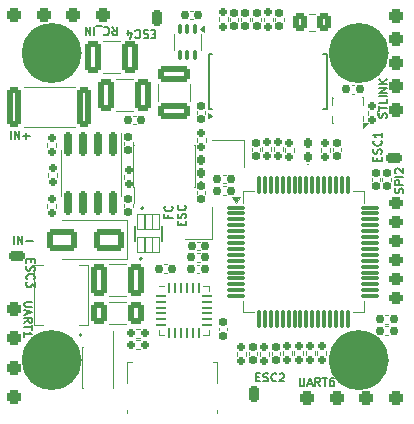
<source format=gbr>
G04 #@! TF.GenerationSoftware,KiCad,Pcbnew,8.0.0-8.0.0-1~ubuntu22.04.1*
G04 #@! TF.CreationDate,2024-03-02T20:13:00+07:00*
G04 #@! TF.ProjectId,FC_ESC_STM32F405RG_26x26,46435f45-5343-45f5-9354-4d3332463430,rev?*
G04 #@! TF.SameCoordinates,Original*
G04 #@! TF.FileFunction,Legend,Top*
G04 #@! TF.FilePolarity,Positive*
%FSLAX46Y46*%
G04 Gerber Fmt 4.6, Leading zero omitted, Abs format (unit mm)*
G04 Created by KiCad (PCBNEW 8.0.0-8.0.0-1~ubuntu22.04.1) date 2024-03-02 20:13:00*
%MOMM*%
%LPD*%
G01*
G04 APERTURE LIST*
G04 Aperture macros list*
%AMRoundRect*
0 Rectangle with rounded corners*
0 $1 Rounding radius*
0 $2 $3 $4 $5 $6 $7 $8 $9 X,Y pos of 4 corners*
0 Add a 4 corners polygon primitive as box body*
4,1,4,$2,$3,$4,$5,$6,$7,$8,$9,$2,$3,0*
0 Add four circle primitives for the rounded corners*
1,1,$1+$1,$2,$3*
1,1,$1+$1,$4,$5*
1,1,$1+$1,$6,$7*
1,1,$1+$1,$8,$9*
0 Add four rect primitives between the rounded corners*
20,1,$1+$1,$2,$3,$4,$5,0*
20,1,$1+$1,$4,$5,$6,$7,0*
20,1,$1+$1,$6,$7,$8,$9,0*
20,1,$1+$1,$8,$9,$2,$3,0*%
G04 Aperture macros list end*
%ADD10C,0.200000*%
%ADD11C,0.150000*%
%ADD12C,0.120000*%
%ADD13C,2.550000*%
%ADD14C,0.100000*%
%ADD15C,0.127000*%
%ADD16R,0.900000X0.800000*%
%ADD17RoundRect,0.250000X1.100000X-0.412500X1.100000X0.412500X-1.100000X0.412500X-1.100000X-0.412500X0*%
%ADD18RoundRect,0.160000X-0.160000X0.197500X-0.160000X-0.197500X0.160000X-0.197500X0.160000X0.197500X0*%
%ADD19RoundRect,0.155000X-0.155000X0.212500X-0.155000X-0.212500X0.155000X-0.212500X0.155000X0.212500X0*%
%ADD20R,3.000000X3.000000*%
%ADD21R,2.500000X1.500000*%
%ADD22RoundRect,0.155000X-0.212500X-0.155000X0.212500X-0.155000X0.212500X0.155000X-0.212500X0.155000X0*%
%ADD23C,0.900000*%
%ADD24RoundRect,0.062500X-0.375000X-0.062500X0.375000X-0.062500X0.375000X0.062500X-0.375000X0.062500X0*%
%ADD25RoundRect,0.062500X-0.062500X-0.375000X0.062500X-0.375000X0.062500X0.375000X-0.062500X0.375000X0*%
%ADD26R,2.150000X2.150000*%
%ADD27RoundRect,0.160000X0.160000X-0.197500X0.160000X0.197500X-0.160000X0.197500X-0.160000X-0.197500X0*%
%ADD28R,0.350000X0.500000*%
%ADD29RoundRect,0.250000X-0.412500X-1.100000X0.412500X-1.100000X0.412500X1.100000X-0.412500X1.100000X0*%
%ADD30RoundRect,0.250000X-0.412500X-0.650000X0.412500X-0.650000X0.412500X0.650000X-0.412500X0.650000X0*%
%ADD31RoundRect,0.155000X0.155000X-0.212500X0.155000X0.212500X-0.155000X0.212500X-0.155000X-0.212500X0*%
%ADD32RoundRect,0.300000X-0.300000X-0.300000X0.300000X-0.300000X0.300000X0.300000X-0.300000X0.300000X0*%
%ADD33R,0.740000X2.400000*%
%ADD34R,0.450000X1.380000*%
%ADD35R,1.650000X1.300000*%
%ADD36R,1.425000X1.550000*%
%ADD37RoundRect,0.075000X-0.700000X-0.075000X0.700000X-0.075000X0.700000X0.075000X-0.700000X0.075000X0*%
%ADD38RoundRect,0.075000X-0.075000X-0.700000X0.075000X-0.700000X0.075000X0.700000X-0.075000X0.700000X0*%
%ADD39RoundRect,0.250000X0.350000X0.250000X-0.350000X0.250000X-0.350000X-0.250000X0.350000X-0.250000X0*%
%ADD40R,0.800000X0.900000*%
%ADD41RoundRect,0.160000X0.197500X0.160000X-0.197500X0.160000X-0.197500X-0.160000X0.197500X-0.160000X0*%
%ADD42RoundRect,0.160000X0.160000X-0.222500X0.160000X0.222500X-0.160000X0.222500X-0.160000X-0.222500X0*%
%ADD43RoundRect,0.155000X0.212500X0.155000X-0.212500X0.155000X-0.212500X-0.155000X0.212500X-0.155000X0*%
%ADD44RoundRect,0.150000X-0.150000X0.825000X-0.150000X-0.825000X0.150000X-0.825000X0.150000X0.825000X0*%
%ADD45R,3.000000X2.290000*%
%ADD46RoundRect,0.300000X0.300000X0.300000X-0.300000X0.300000X-0.300000X-0.300000X0.300000X-0.300000X0*%
%ADD47RoundRect,0.030200X0.271800X-0.666800X0.271800X0.666800X-0.271800X0.666800X-0.271800X-0.666800X0*%
%ADD48RoundRect,0.100000X-0.100000X0.350000X-0.100000X-0.350000X0.100000X-0.350000X0.100000X0.350000X0*%
%ADD49RoundRect,0.250000X0.362500X1.425000X-0.362500X1.425000X-0.362500X-1.425000X0.362500X-1.425000X0*%
%ADD50RoundRect,0.300000X-0.300000X0.300000X-0.300000X-0.300000X0.300000X-0.300000X0.300000X0.300000X0*%
%ADD51R,0.400000X1.100000*%
%ADD52R,1.542500X1.200000*%
%ADD53RoundRect,0.160000X-0.197500X-0.160000X0.197500X-0.160000X0.197500X0.160000X-0.197500X0.160000X0*%
%ADD54RoundRect,0.250000X-0.337500X-0.475000X0.337500X-0.475000X0.337500X0.475000X-0.337500X0.475000X0*%
%ADD55RoundRect,0.250000X1.000000X0.650000X-1.000000X0.650000X-1.000000X-0.650000X1.000000X-0.650000X0*%
%ADD56RoundRect,0.300000X0.300000X-0.300000X0.300000X0.300000X-0.300000X0.300000X-0.300000X-0.300000X0*%
%ADD57RoundRect,0.225000X-0.475000X0.225000X-0.475000X-0.225000X0.475000X-0.225000X0.475000X0.225000X0*%
%ADD58O,1.400000X0.900000*%
%ADD59RoundRect,0.225000X0.475000X-0.225000X0.475000X0.225000X-0.475000X0.225000X-0.475000X-0.225000X0*%
%ADD60RoundRect,0.225000X0.225000X0.475000X-0.225000X0.475000X-0.225000X-0.475000X0.225000X-0.475000X0*%
%ADD61O,0.900000X1.400000*%
%ADD62RoundRect,0.225000X-0.225000X-0.475000X0.225000X-0.475000X0.225000X0.475000X-0.225000X0.475000X0*%
G04 APERTURE END LIST*
D10*
X210240000Y-80320000D02*
G75*
G02*
X210040000Y-80320000I-100000J0D01*
G01*
X210040000Y-80320000D02*
G75*
G02*
X210240000Y-80320000I100000J0D01*
G01*
X205000000Y-91060000D02*
G75*
G02*
X204800000Y-91060000I-100000J0D01*
G01*
X204800000Y-91060000D02*
G75*
G02*
X205000000Y-91060000I100000J0D01*
G01*
D11*
X199265350Y-83376533D02*
X199265350Y-82676533D01*
X199598683Y-83376533D02*
X199598683Y-82676533D01*
X199598683Y-82676533D02*
X199998683Y-83376533D01*
X199998683Y-83376533D02*
X199998683Y-82676533D01*
X200332016Y-83109866D02*
X200865350Y-83109866D01*
X230059866Y-76294649D02*
X230059866Y-76061316D01*
X230426533Y-75961316D02*
X230426533Y-76294649D01*
X230426533Y-76294649D02*
X229726533Y-76294649D01*
X229726533Y-76294649D02*
X229726533Y-75961316D01*
X230393200Y-75694649D02*
X230426533Y-75594649D01*
X230426533Y-75594649D02*
X230426533Y-75427983D01*
X230426533Y-75427983D02*
X230393200Y-75361316D01*
X230393200Y-75361316D02*
X230359866Y-75327983D01*
X230359866Y-75327983D02*
X230293200Y-75294649D01*
X230293200Y-75294649D02*
X230226533Y-75294649D01*
X230226533Y-75294649D02*
X230159866Y-75327983D01*
X230159866Y-75327983D02*
X230126533Y-75361316D01*
X230126533Y-75361316D02*
X230093200Y-75427983D01*
X230093200Y-75427983D02*
X230059866Y-75561316D01*
X230059866Y-75561316D02*
X230026533Y-75627983D01*
X230026533Y-75627983D02*
X229993200Y-75661316D01*
X229993200Y-75661316D02*
X229926533Y-75694649D01*
X229926533Y-75694649D02*
X229859866Y-75694649D01*
X229859866Y-75694649D02*
X229793200Y-75661316D01*
X229793200Y-75661316D02*
X229759866Y-75627983D01*
X229759866Y-75627983D02*
X229726533Y-75561316D01*
X229726533Y-75561316D02*
X229726533Y-75394649D01*
X229726533Y-75394649D02*
X229759866Y-75294649D01*
X230359866Y-74594649D02*
X230393200Y-74627982D01*
X230393200Y-74627982D02*
X230426533Y-74727982D01*
X230426533Y-74727982D02*
X230426533Y-74794649D01*
X230426533Y-74794649D02*
X230393200Y-74894649D01*
X230393200Y-74894649D02*
X230326533Y-74961316D01*
X230326533Y-74961316D02*
X230259866Y-74994649D01*
X230259866Y-74994649D02*
X230126533Y-75027982D01*
X230126533Y-75027982D02*
X230026533Y-75027982D01*
X230026533Y-75027982D02*
X229893200Y-74994649D01*
X229893200Y-74994649D02*
X229826533Y-74961316D01*
X229826533Y-74961316D02*
X229759866Y-74894649D01*
X229759866Y-74894649D02*
X229726533Y-74794649D01*
X229726533Y-74794649D02*
X229726533Y-74727982D01*
X229726533Y-74727982D02*
X229759866Y-74627982D01*
X229759866Y-74627982D02*
X229793200Y-74594649D01*
X230426533Y-73927982D02*
X230426533Y-74327982D01*
X230426533Y-74127982D02*
X229726533Y-74127982D01*
X229726533Y-74127982D02*
X229826533Y-74194649D01*
X229826533Y-74194649D02*
X229893200Y-74261316D01*
X229893200Y-74261316D02*
X229926533Y-74327982D01*
X200853466Y-88275350D02*
X200286800Y-88275350D01*
X200286800Y-88275350D02*
X200220133Y-88308684D01*
X200220133Y-88308684D02*
X200186800Y-88342017D01*
X200186800Y-88342017D02*
X200153466Y-88408684D01*
X200153466Y-88408684D02*
X200153466Y-88542017D01*
X200153466Y-88542017D02*
X200186800Y-88608684D01*
X200186800Y-88608684D02*
X200220133Y-88642017D01*
X200220133Y-88642017D02*
X200286800Y-88675350D01*
X200286800Y-88675350D02*
X200853466Y-88675350D01*
X200353466Y-88975350D02*
X200353466Y-89308683D01*
X200153466Y-88908683D02*
X200853466Y-89142017D01*
X200853466Y-89142017D02*
X200153466Y-89375350D01*
X200153466Y-90008683D02*
X200486800Y-89775350D01*
X200153466Y-89608683D02*
X200853466Y-89608683D01*
X200853466Y-89608683D02*
X200853466Y-89875350D01*
X200853466Y-89875350D02*
X200820133Y-89942017D01*
X200820133Y-89942017D02*
X200786800Y-89975350D01*
X200786800Y-89975350D02*
X200720133Y-90008683D01*
X200720133Y-90008683D02*
X200620133Y-90008683D01*
X200620133Y-90008683D02*
X200553466Y-89975350D01*
X200553466Y-89975350D02*
X200520133Y-89942017D01*
X200520133Y-89942017D02*
X200486800Y-89875350D01*
X200486800Y-89875350D02*
X200486800Y-89608683D01*
X200853466Y-90208683D02*
X200853466Y-90608683D01*
X200153466Y-90408683D02*
X200853466Y-90408683D01*
X200153466Y-91208683D02*
X200153466Y-90808683D01*
X200153466Y-91008683D02*
X200853466Y-91008683D01*
X200853466Y-91008683D02*
X200753466Y-90942016D01*
X200753466Y-90942016D02*
X200686800Y-90875350D01*
X200686800Y-90875350D02*
X200653466Y-90808683D01*
X213469866Y-81774649D02*
X213469866Y-81541316D01*
X213836533Y-81441316D02*
X213836533Y-81774649D01*
X213836533Y-81774649D02*
X213136533Y-81774649D01*
X213136533Y-81774649D02*
X213136533Y-81441316D01*
X213803200Y-81174649D02*
X213836533Y-81074649D01*
X213836533Y-81074649D02*
X213836533Y-80907983D01*
X213836533Y-80907983D02*
X213803200Y-80841316D01*
X213803200Y-80841316D02*
X213769866Y-80807983D01*
X213769866Y-80807983D02*
X213703200Y-80774649D01*
X213703200Y-80774649D02*
X213636533Y-80774649D01*
X213636533Y-80774649D02*
X213569866Y-80807983D01*
X213569866Y-80807983D02*
X213536533Y-80841316D01*
X213536533Y-80841316D02*
X213503200Y-80907983D01*
X213503200Y-80907983D02*
X213469866Y-81041316D01*
X213469866Y-81041316D02*
X213436533Y-81107983D01*
X213436533Y-81107983D02*
X213403200Y-81141316D01*
X213403200Y-81141316D02*
X213336533Y-81174649D01*
X213336533Y-81174649D02*
X213269866Y-81174649D01*
X213269866Y-81174649D02*
X213203200Y-81141316D01*
X213203200Y-81141316D02*
X213169866Y-81107983D01*
X213169866Y-81107983D02*
X213136533Y-81041316D01*
X213136533Y-81041316D02*
X213136533Y-80874649D01*
X213136533Y-80874649D02*
X213169866Y-80774649D01*
X213769866Y-80074649D02*
X213803200Y-80107982D01*
X213803200Y-80107982D02*
X213836533Y-80207982D01*
X213836533Y-80207982D02*
X213836533Y-80274649D01*
X213836533Y-80274649D02*
X213803200Y-80374649D01*
X213803200Y-80374649D02*
X213736533Y-80441316D01*
X213736533Y-80441316D02*
X213669866Y-80474649D01*
X213669866Y-80474649D02*
X213536533Y-80507982D01*
X213536533Y-80507982D02*
X213436533Y-80507982D01*
X213436533Y-80507982D02*
X213303200Y-80474649D01*
X213303200Y-80474649D02*
X213236533Y-80441316D01*
X213236533Y-80441316D02*
X213169866Y-80374649D01*
X213169866Y-80374649D02*
X213136533Y-80274649D01*
X213136533Y-80274649D02*
X213136533Y-80207982D01*
X213136533Y-80207982D02*
X213169866Y-80107982D01*
X213169866Y-80107982D02*
X213203200Y-80074649D01*
X200710133Y-84625350D02*
X200710133Y-84858684D01*
X200343466Y-84958684D02*
X200343466Y-84625350D01*
X200343466Y-84625350D02*
X201043466Y-84625350D01*
X201043466Y-84625350D02*
X201043466Y-84958684D01*
X200376800Y-85225350D02*
X200343466Y-85325350D01*
X200343466Y-85325350D02*
X200343466Y-85492017D01*
X200343466Y-85492017D02*
X200376800Y-85558683D01*
X200376800Y-85558683D02*
X200410133Y-85592017D01*
X200410133Y-85592017D02*
X200476800Y-85625350D01*
X200476800Y-85625350D02*
X200543466Y-85625350D01*
X200543466Y-85625350D02*
X200610133Y-85592017D01*
X200610133Y-85592017D02*
X200643466Y-85558683D01*
X200643466Y-85558683D02*
X200676800Y-85492017D01*
X200676800Y-85492017D02*
X200710133Y-85358683D01*
X200710133Y-85358683D02*
X200743466Y-85292017D01*
X200743466Y-85292017D02*
X200776800Y-85258683D01*
X200776800Y-85258683D02*
X200843466Y-85225350D01*
X200843466Y-85225350D02*
X200910133Y-85225350D01*
X200910133Y-85225350D02*
X200976800Y-85258683D01*
X200976800Y-85258683D02*
X201010133Y-85292017D01*
X201010133Y-85292017D02*
X201043466Y-85358683D01*
X201043466Y-85358683D02*
X201043466Y-85525350D01*
X201043466Y-85525350D02*
X201010133Y-85625350D01*
X200410133Y-86325350D02*
X200376800Y-86292017D01*
X200376800Y-86292017D02*
X200343466Y-86192017D01*
X200343466Y-86192017D02*
X200343466Y-86125350D01*
X200343466Y-86125350D02*
X200376800Y-86025350D01*
X200376800Y-86025350D02*
X200443466Y-85958684D01*
X200443466Y-85958684D02*
X200510133Y-85925350D01*
X200510133Y-85925350D02*
X200643466Y-85892017D01*
X200643466Y-85892017D02*
X200743466Y-85892017D01*
X200743466Y-85892017D02*
X200876800Y-85925350D01*
X200876800Y-85925350D02*
X200943466Y-85958684D01*
X200943466Y-85958684D02*
X201010133Y-86025350D01*
X201010133Y-86025350D02*
X201043466Y-86125350D01*
X201043466Y-86125350D02*
X201043466Y-86192017D01*
X201043466Y-86192017D02*
X201010133Y-86292017D01*
X201010133Y-86292017D02*
X200976800Y-86325350D01*
X201043466Y-86558684D02*
X201043466Y-86992017D01*
X201043466Y-86992017D02*
X200776800Y-86758684D01*
X200776800Y-86758684D02*
X200776800Y-86858684D01*
X200776800Y-86858684D02*
X200743466Y-86925350D01*
X200743466Y-86925350D02*
X200710133Y-86958684D01*
X200710133Y-86958684D02*
X200643466Y-86992017D01*
X200643466Y-86992017D02*
X200476800Y-86992017D01*
X200476800Y-86992017D02*
X200410133Y-86958684D01*
X200410133Y-86958684D02*
X200376800Y-86925350D01*
X200376800Y-86925350D02*
X200343466Y-86858684D01*
X200343466Y-86858684D02*
X200343466Y-86658684D01*
X200343466Y-86658684D02*
X200376800Y-86592017D01*
X200376800Y-86592017D02*
X200410133Y-86558684D01*
X219805350Y-94619866D02*
X220038684Y-94619866D01*
X220138684Y-94986533D02*
X219805350Y-94986533D01*
X219805350Y-94986533D02*
X219805350Y-94286533D01*
X219805350Y-94286533D02*
X220138684Y-94286533D01*
X220405350Y-94953200D02*
X220505350Y-94986533D01*
X220505350Y-94986533D02*
X220672017Y-94986533D01*
X220672017Y-94986533D02*
X220738683Y-94953200D01*
X220738683Y-94953200D02*
X220772017Y-94919866D01*
X220772017Y-94919866D02*
X220805350Y-94853200D01*
X220805350Y-94853200D02*
X220805350Y-94786533D01*
X220805350Y-94786533D02*
X220772017Y-94719866D01*
X220772017Y-94719866D02*
X220738683Y-94686533D01*
X220738683Y-94686533D02*
X220672017Y-94653200D01*
X220672017Y-94653200D02*
X220538683Y-94619866D01*
X220538683Y-94619866D02*
X220472017Y-94586533D01*
X220472017Y-94586533D02*
X220438683Y-94553200D01*
X220438683Y-94553200D02*
X220405350Y-94486533D01*
X220405350Y-94486533D02*
X220405350Y-94419866D01*
X220405350Y-94419866D02*
X220438683Y-94353200D01*
X220438683Y-94353200D02*
X220472017Y-94319866D01*
X220472017Y-94319866D02*
X220538683Y-94286533D01*
X220538683Y-94286533D02*
X220705350Y-94286533D01*
X220705350Y-94286533D02*
X220805350Y-94319866D01*
X221505350Y-94919866D02*
X221472017Y-94953200D01*
X221472017Y-94953200D02*
X221372017Y-94986533D01*
X221372017Y-94986533D02*
X221305350Y-94986533D01*
X221305350Y-94986533D02*
X221205350Y-94953200D01*
X221205350Y-94953200D02*
X221138684Y-94886533D01*
X221138684Y-94886533D02*
X221105350Y-94819866D01*
X221105350Y-94819866D02*
X221072017Y-94686533D01*
X221072017Y-94686533D02*
X221072017Y-94586533D01*
X221072017Y-94586533D02*
X221105350Y-94453200D01*
X221105350Y-94453200D02*
X221138684Y-94386533D01*
X221138684Y-94386533D02*
X221205350Y-94319866D01*
X221205350Y-94319866D02*
X221305350Y-94286533D01*
X221305350Y-94286533D02*
X221372017Y-94286533D01*
X221372017Y-94286533D02*
X221472017Y-94319866D01*
X221472017Y-94319866D02*
X221505350Y-94353200D01*
X221772017Y-94353200D02*
X221805350Y-94319866D01*
X221805350Y-94319866D02*
X221872017Y-94286533D01*
X221872017Y-94286533D02*
X222038684Y-94286533D01*
X222038684Y-94286533D02*
X222105350Y-94319866D01*
X222105350Y-94319866D02*
X222138684Y-94353200D01*
X222138684Y-94353200D02*
X222172017Y-94419866D01*
X222172017Y-94419866D02*
X222172017Y-94486533D01*
X222172017Y-94486533D02*
X222138684Y-94586533D01*
X222138684Y-94586533D02*
X221738684Y-94986533D01*
X221738684Y-94986533D02*
X222172017Y-94986533D01*
X211264649Y-65590133D02*
X211031316Y-65590133D01*
X210931316Y-65223466D02*
X211264649Y-65223466D01*
X211264649Y-65223466D02*
X211264649Y-65923466D01*
X211264649Y-65923466D02*
X210931316Y-65923466D01*
X210664649Y-65256800D02*
X210564649Y-65223466D01*
X210564649Y-65223466D02*
X210397983Y-65223466D01*
X210397983Y-65223466D02*
X210331316Y-65256800D01*
X210331316Y-65256800D02*
X210297983Y-65290133D01*
X210297983Y-65290133D02*
X210264649Y-65356800D01*
X210264649Y-65356800D02*
X210264649Y-65423466D01*
X210264649Y-65423466D02*
X210297983Y-65490133D01*
X210297983Y-65490133D02*
X210331316Y-65523466D01*
X210331316Y-65523466D02*
X210397983Y-65556800D01*
X210397983Y-65556800D02*
X210531316Y-65590133D01*
X210531316Y-65590133D02*
X210597983Y-65623466D01*
X210597983Y-65623466D02*
X210631316Y-65656800D01*
X210631316Y-65656800D02*
X210664649Y-65723466D01*
X210664649Y-65723466D02*
X210664649Y-65790133D01*
X210664649Y-65790133D02*
X210631316Y-65856800D01*
X210631316Y-65856800D02*
X210597983Y-65890133D01*
X210597983Y-65890133D02*
X210531316Y-65923466D01*
X210531316Y-65923466D02*
X210364649Y-65923466D01*
X210364649Y-65923466D02*
X210264649Y-65890133D01*
X209564649Y-65290133D02*
X209597982Y-65256800D01*
X209597982Y-65256800D02*
X209697982Y-65223466D01*
X209697982Y-65223466D02*
X209764649Y-65223466D01*
X209764649Y-65223466D02*
X209864649Y-65256800D01*
X209864649Y-65256800D02*
X209931316Y-65323466D01*
X209931316Y-65323466D02*
X209964649Y-65390133D01*
X209964649Y-65390133D02*
X209997982Y-65523466D01*
X209997982Y-65523466D02*
X209997982Y-65623466D01*
X209997982Y-65623466D02*
X209964649Y-65756800D01*
X209964649Y-65756800D02*
X209931316Y-65823466D01*
X209931316Y-65823466D02*
X209864649Y-65890133D01*
X209864649Y-65890133D02*
X209764649Y-65923466D01*
X209764649Y-65923466D02*
X209697982Y-65923466D01*
X209697982Y-65923466D02*
X209597982Y-65890133D01*
X209597982Y-65890133D02*
X209564649Y-65856800D01*
X208964649Y-65690133D02*
X208964649Y-65223466D01*
X209131316Y-65956800D02*
X209297982Y-65456800D01*
X209297982Y-65456800D02*
X208864649Y-65456800D01*
X230823200Y-72657982D02*
X230856533Y-72557982D01*
X230856533Y-72557982D02*
X230856533Y-72391316D01*
X230856533Y-72391316D02*
X230823200Y-72324649D01*
X230823200Y-72324649D02*
X230789866Y-72291316D01*
X230789866Y-72291316D02*
X230723200Y-72257982D01*
X230723200Y-72257982D02*
X230656533Y-72257982D01*
X230656533Y-72257982D02*
X230589866Y-72291316D01*
X230589866Y-72291316D02*
X230556533Y-72324649D01*
X230556533Y-72324649D02*
X230523200Y-72391316D01*
X230523200Y-72391316D02*
X230489866Y-72524649D01*
X230489866Y-72524649D02*
X230456533Y-72591316D01*
X230456533Y-72591316D02*
X230423200Y-72624649D01*
X230423200Y-72624649D02*
X230356533Y-72657982D01*
X230356533Y-72657982D02*
X230289866Y-72657982D01*
X230289866Y-72657982D02*
X230223200Y-72624649D01*
X230223200Y-72624649D02*
X230189866Y-72591316D01*
X230189866Y-72591316D02*
X230156533Y-72524649D01*
X230156533Y-72524649D02*
X230156533Y-72357982D01*
X230156533Y-72357982D02*
X230189866Y-72257982D01*
X230156533Y-72057982D02*
X230156533Y-71657982D01*
X230856533Y-71857982D02*
X230156533Y-71857982D01*
X230856533Y-71091316D02*
X230856533Y-71424649D01*
X230856533Y-71424649D02*
X230156533Y-71424649D01*
X230856533Y-70857982D02*
X230156533Y-70857982D01*
X230856533Y-70524649D02*
X230156533Y-70524649D01*
X230156533Y-70524649D02*
X230856533Y-70124649D01*
X230856533Y-70124649D02*
X230156533Y-70124649D01*
X230856533Y-69791316D02*
X230156533Y-69791316D01*
X230856533Y-69391316D02*
X230456533Y-69691316D01*
X230156533Y-69391316D02*
X230556533Y-69791316D01*
X199015350Y-74496533D02*
X199015350Y-73796533D01*
X199348683Y-74496533D02*
X199348683Y-73796533D01*
X199348683Y-73796533D02*
X199748683Y-74496533D01*
X199748683Y-74496533D02*
X199748683Y-73796533D01*
X200082016Y-74229866D02*
X200615350Y-74229866D01*
X200348683Y-74496533D02*
X200348683Y-73963200D01*
X207614649Y-64953466D02*
X207847982Y-65286800D01*
X208014649Y-64953466D02*
X208014649Y-65653466D01*
X208014649Y-65653466D02*
X207747982Y-65653466D01*
X207747982Y-65653466D02*
X207681316Y-65620133D01*
X207681316Y-65620133D02*
X207647982Y-65586800D01*
X207647982Y-65586800D02*
X207614649Y-65520133D01*
X207614649Y-65520133D02*
X207614649Y-65420133D01*
X207614649Y-65420133D02*
X207647982Y-65353466D01*
X207647982Y-65353466D02*
X207681316Y-65320133D01*
X207681316Y-65320133D02*
X207747982Y-65286800D01*
X207747982Y-65286800D02*
X208014649Y-65286800D01*
X206914649Y-65020133D02*
X206947982Y-64986800D01*
X206947982Y-64986800D02*
X207047982Y-64953466D01*
X207047982Y-64953466D02*
X207114649Y-64953466D01*
X207114649Y-64953466D02*
X207214649Y-64986800D01*
X207214649Y-64986800D02*
X207281316Y-65053466D01*
X207281316Y-65053466D02*
X207314649Y-65120133D01*
X207314649Y-65120133D02*
X207347982Y-65253466D01*
X207347982Y-65253466D02*
X207347982Y-65353466D01*
X207347982Y-65353466D02*
X207314649Y-65486800D01*
X207314649Y-65486800D02*
X207281316Y-65553466D01*
X207281316Y-65553466D02*
X207214649Y-65620133D01*
X207214649Y-65620133D02*
X207114649Y-65653466D01*
X207114649Y-65653466D02*
X207047982Y-65653466D01*
X207047982Y-65653466D02*
X206947982Y-65620133D01*
X206947982Y-65620133D02*
X206914649Y-65586800D01*
X206781316Y-64886800D02*
X206247982Y-64886800D01*
X206081316Y-64953466D02*
X206081316Y-65653466D01*
X205747983Y-64953466D02*
X205747983Y-65653466D01*
X205747983Y-65653466D02*
X205347983Y-64953466D01*
X205347983Y-64953466D02*
X205347983Y-65653466D01*
X232213200Y-79037982D02*
X232246533Y-78937982D01*
X232246533Y-78937982D02*
X232246533Y-78771316D01*
X232246533Y-78771316D02*
X232213200Y-78704649D01*
X232213200Y-78704649D02*
X232179866Y-78671316D01*
X232179866Y-78671316D02*
X232113200Y-78637982D01*
X232113200Y-78637982D02*
X232046533Y-78637982D01*
X232046533Y-78637982D02*
X231979866Y-78671316D01*
X231979866Y-78671316D02*
X231946533Y-78704649D01*
X231946533Y-78704649D02*
X231913200Y-78771316D01*
X231913200Y-78771316D02*
X231879866Y-78904649D01*
X231879866Y-78904649D02*
X231846533Y-78971316D01*
X231846533Y-78971316D02*
X231813200Y-79004649D01*
X231813200Y-79004649D02*
X231746533Y-79037982D01*
X231746533Y-79037982D02*
X231679866Y-79037982D01*
X231679866Y-79037982D02*
X231613200Y-79004649D01*
X231613200Y-79004649D02*
X231579866Y-78971316D01*
X231579866Y-78971316D02*
X231546533Y-78904649D01*
X231546533Y-78904649D02*
X231546533Y-78737982D01*
X231546533Y-78737982D02*
X231579866Y-78637982D01*
X232246533Y-78337982D02*
X231546533Y-78337982D01*
X231546533Y-78337982D02*
X231546533Y-78071315D01*
X231546533Y-78071315D02*
X231579866Y-78004649D01*
X231579866Y-78004649D02*
X231613200Y-77971315D01*
X231613200Y-77971315D02*
X231679866Y-77937982D01*
X231679866Y-77937982D02*
X231779866Y-77937982D01*
X231779866Y-77937982D02*
X231846533Y-77971315D01*
X231846533Y-77971315D02*
X231879866Y-78004649D01*
X231879866Y-78004649D02*
X231913200Y-78071315D01*
X231913200Y-78071315D02*
X231913200Y-78337982D01*
X232246533Y-77637982D02*
X231546533Y-77637982D01*
X231613200Y-77337982D02*
X231579866Y-77304649D01*
X231579866Y-77304649D02*
X231546533Y-77237982D01*
X231546533Y-77237982D02*
X231546533Y-77071316D01*
X231546533Y-77071316D02*
X231579866Y-77004649D01*
X231579866Y-77004649D02*
X231613200Y-76971316D01*
X231613200Y-76971316D02*
X231679866Y-76937982D01*
X231679866Y-76937982D02*
X231746533Y-76937982D01*
X231746533Y-76937982D02*
X231846533Y-76971316D01*
X231846533Y-76971316D02*
X232246533Y-77371316D01*
X232246533Y-77371316D02*
X232246533Y-76937982D01*
X212359866Y-80911316D02*
X212359866Y-81144649D01*
X212726533Y-81144649D02*
X212026533Y-81144649D01*
X212026533Y-81144649D02*
X212026533Y-80811316D01*
X212659866Y-80144649D02*
X212693200Y-80177982D01*
X212693200Y-80177982D02*
X212726533Y-80277982D01*
X212726533Y-80277982D02*
X212726533Y-80344649D01*
X212726533Y-80344649D02*
X212693200Y-80444649D01*
X212693200Y-80444649D02*
X212626533Y-80511316D01*
X212626533Y-80511316D02*
X212559866Y-80544649D01*
X212559866Y-80544649D02*
X212426533Y-80577982D01*
X212426533Y-80577982D02*
X212326533Y-80577982D01*
X212326533Y-80577982D02*
X212193200Y-80544649D01*
X212193200Y-80544649D02*
X212126533Y-80511316D01*
X212126533Y-80511316D02*
X212059866Y-80444649D01*
X212059866Y-80444649D02*
X212026533Y-80344649D01*
X212026533Y-80344649D02*
X212026533Y-80277982D01*
X212026533Y-80277982D02*
X212059866Y-80177982D01*
X212059866Y-80177982D02*
X212093200Y-80144649D01*
X223475350Y-94666533D02*
X223475350Y-95233200D01*
X223475350Y-95233200D02*
X223508684Y-95299866D01*
X223508684Y-95299866D02*
X223542017Y-95333200D01*
X223542017Y-95333200D02*
X223608684Y-95366533D01*
X223608684Y-95366533D02*
X223742017Y-95366533D01*
X223742017Y-95366533D02*
X223808684Y-95333200D01*
X223808684Y-95333200D02*
X223842017Y-95299866D01*
X223842017Y-95299866D02*
X223875350Y-95233200D01*
X223875350Y-95233200D02*
X223875350Y-94666533D01*
X224175350Y-95166533D02*
X224508683Y-95166533D01*
X224108683Y-95366533D02*
X224342017Y-94666533D01*
X224342017Y-94666533D02*
X224575350Y-95366533D01*
X225208683Y-95366533D02*
X224975350Y-95033200D01*
X224808683Y-95366533D02*
X224808683Y-94666533D01*
X224808683Y-94666533D02*
X225075350Y-94666533D01*
X225075350Y-94666533D02*
X225142017Y-94699866D01*
X225142017Y-94699866D02*
X225175350Y-94733200D01*
X225175350Y-94733200D02*
X225208683Y-94799866D01*
X225208683Y-94799866D02*
X225208683Y-94899866D01*
X225208683Y-94899866D02*
X225175350Y-94966533D01*
X225175350Y-94966533D02*
X225142017Y-94999866D01*
X225142017Y-94999866D02*
X225075350Y-95033200D01*
X225075350Y-95033200D02*
X224808683Y-95033200D01*
X225408683Y-94666533D02*
X225808683Y-94666533D01*
X225608683Y-95366533D02*
X225608683Y-94666533D01*
X226342016Y-94666533D02*
X226208683Y-94666533D01*
X226208683Y-94666533D02*
X226142016Y-94699866D01*
X226142016Y-94699866D02*
X226108683Y-94733200D01*
X226108683Y-94733200D02*
X226042016Y-94833200D01*
X226042016Y-94833200D02*
X226008683Y-94966533D01*
X226008683Y-94966533D02*
X226008683Y-95233200D01*
X226008683Y-95233200D02*
X226042016Y-95299866D01*
X226042016Y-95299866D02*
X226075350Y-95333200D01*
X226075350Y-95333200D02*
X226142016Y-95366533D01*
X226142016Y-95366533D02*
X226275350Y-95366533D01*
X226275350Y-95366533D02*
X226342016Y-95333200D01*
X226342016Y-95333200D02*
X226375350Y-95299866D01*
X226375350Y-95299866D02*
X226408683Y-95233200D01*
X226408683Y-95233200D02*
X226408683Y-95066533D01*
X226408683Y-95066533D02*
X226375350Y-94999866D01*
X226375350Y-94999866D02*
X226342016Y-94966533D01*
X226342016Y-94966533D02*
X226275350Y-94933200D01*
X226275350Y-94933200D02*
X226142016Y-94933200D01*
X226142016Y-94933200D02*
X226075350Y-94966533D01*
X226075350Y-94966533D02*
X226042016Y-94999866D01*
X226042016Y-94999866D02*
X226008683Y-95066533D01*
D12*
X218729300Y-74535900D02*
X216029300Y-74535900D01*
X218729300Y-76835900D02*
X218729300Y-74535900D01*
X211447300Y-71215552D02*
X211447300Y-69793048D01*
X214167300Y-71215552D02*
X214167300Y-69793048D01*
X202190000Y-77324879D02*
X202190000Y-77660121D01*
X202950000Y-77324879D02*
X202950000Y-77660121D01*
X230490000Y-77771165D02*
X230490000Y-78002835D01*
X231210000Y-77771165D02*
X231210000Y-78002835D01*
X200946900Y-85089300D02*
X200946900Y-90209300D01*
X200946900Y-85089300D02*
X201746900Y-85089300D01*
X200946900Y-90209300D02*
X201746900Y-90209300D01*
X205566900Y-85089300D02*
X204766900Y-85089300D01*
X205566900Y-85089300D02*
X205566900Y-90209300D01*
X205566900Y-90209300D02*
X204766900Y-90209300D01*
X209364065Y-72506500D02*
X209595735Y-72506500D01*
X209364065Y-73226500D02*
X209595735Y-73226500D01*
D13*
X203749300Y-67181700D02*
G75*
G02*
X201199300Y-67181700I-1275000J0D01*
G01*
X201199300Y-67181700D02*
G75*
G02*
X203749300Y-67181700I1275000J0D01*
G01*
X203749300Y-93181700D02*
G75*
G02*
X201199300Y-93181700I-1275000J0D01*
G01*
X201199300Y-93181700D02*
G75*
G02*
X203749300Y-93181700I1275000J0D01*
G01*
X229749300Y-67181700D02*
G75*
G02*
X227199300Y-67181700I-1275000J0D01*
G01*
X227199300Y-67181700D02*
G75*
G02*
X229749300Y-67181700I1275000J0D01*
G01*
X229749300Y-93181700D02*
G75*
G02*
X227199300Y-93181700I-1275000J0D01*
G01*
X227199300Y-93181700D02*
G75*
G02*
X229749300Y-93181700I1275000J0D01*
G01*
D12*
X214784100Y-72115665D02*
X214784100Y-72347335D01*
X215504100Y-72115665D02*
X215504100Y-72347335D01*
X211552500Y-91090000D02*
X211552500Y-90615000D01*
X212027500Y-86870000D02*
X211552500Y-86870000D01*
X212027500Y-91090000D02*
X211552500Y-91090000D01*
X215297500Y-86870000D02*
X215772500Y-86870000D01*
X215297500Y-91090000D02*
X215772500Y-91090000D01*
X215772500Y-86870000D02*
X215772500Y-87345000D01*
X215772500Y-91090000D02*
X215772500Y-90615000D01*
X220098100Y-92808621D02*
X220098100Y-92473379D01*
X220858100Y-92808621D02*
X220858100Y-92473379D01*
X220320500Y-75174879D02*
X220320500Y-75510121D01*
X221080500Y-75174879D02*
X221080500Y-75510121D01*
X219470000Y-64204165D02*
X219470000Y-64435835D01*
X220190000Y-64204165D02*
X220190000Y-64435835D01*
X218142300Y-92473379D02*
X218142300Y-92808621D01*
X218902300Y-92473379D02*
X218902300Y-92808621D01*
D14*
X226179500Y-70941100D02*
X226179500Y-71581100D01*
X226179500Y-72501100D02*
X226179500Y-73141100D01*
X226329500Y-73141100D02*
X226179500Y-73141100D01*
X226454500Y-70966100D02*
X226304500Y-70966100D01*
X228879500Y-70941100D02*
X228729500Y-70941100D01*
X228879500Y-70941100D02*
X228879500Y-71581100D01*
X228879500Y-72501100D02*
X228879500Y-72941100D01*
X228879500Y-73501100D02*
X228879500Y-73141100D01*
X229239500Y-73141100D01*
X228879500Y-73501100D01*
G36*
X228879500Y-73501100D02*
G01*
X228879500Y-73141100D01*
X229239500Y-73141100D01*
X228879500Y-73501100D01*
G37*
D12*
X206863648Y-66172500D02*
X208286152Y-66172500D01*
X206863648Y-68892500D02*
X208286152Y-68892500D01*
X207371648Y-88263300D02*
X208794152Y-88263300D01*
X207371648Y-90083300D02*
X208794152Y-90083300D01*
X226264900Y-75488235D02*
X226264900Y-75256565D01*
X226984900Y-75488235D02*
X226984900Y-75256565D01*
X219152900Y-92511865D02*
X219152900Y-92743535D01*
X219872900Y-92511865D02*
X219872900Y-92743535D01*
X202089500Y-79937879D02*
X202089500Y-80273121D01*
X202849500Y-79937879D02*
X202849500Y-80273121D01*
X225269900Y-75545021D02*
X225269900Y-75209779D01*
X226029900Y-75545021D02*
X226029900Y-75209779D01*
X216630500Y-90660835D02*
X216630500Y-90429165D01*
X217350500Y-90660835D02*
X217350500Y-90429165D01*
X224974900Y-92732421D02*
X224974900Y-92397179D01*
X225734900Y-92732421D02*
X225734900Y-92397179D01*
X205040000Y-92045000D02*
X205040000Y-95575000D01*
X205105000Y-92045000D02*
X205040000Y-92045000D01*
X205105000Y-95575000D02*
X205040000Y-95575000D01*
X207635000Y-90720000D02*
X207635000Y-92045000D01*
X207700000Y-92045000D02*
X207635000Y-92045000D01*
X207700000Y-92045000D02*
X207700000Y-95575000D01*
X207700000Y-95575000D02*
X207635000Y-95575000D01*
X207371648Y-85019300D02*
X208794152Y-85019300D01*
X207371648Y-87739300D02*
X208794152Y-87739300D01*
X230744165Y-90330000D02*
X230975835Y-90330000D01*
X230744165Y-91050000D02*
X230975835Y-91050000D01*
X208895700Y-93365700D02*
X209275700Y-93365700D01*
X208895700Y-95135700D02*
X208895700Y-93365700D01*
X208895700Y-97675700D02*
X208895700Y-97415700D01*
X216515700Y-93365700D02*
X216135700Y-93365700D01*
X216515700Y-93365700D02*
X216515700Y-95135700D01*
X216515700Y-97415700D02*
X216515700Y-97675700D01*
X222220000Y-75207379D02*
X222220000Y-75542621D01*
X222980000Y-75207379D02*
X222980000Y-75542621D01*
X218684700Y-78904500D02*
X218684700Y-79854500D01*
X218684700Y-89124500D02*
X218684700Y-88174500D01*
X219634700Y-78904500D02*
X218684700Y-78904500D01*
X219634700Y-89124500D02*
X218684700Y-89124500D01*
X227954700Y-78904500D02*
X228904700Y-78904500D01*
X227954700Y-89124500D02*
X228904700Y-89124500D01*
X228904700Y-78904500D02*
X228904700Y-79854500D01*
X228904700Y-89124500D02*
X228904700Y-88174500D01*
X218069700Y-79854500D02*
X217729700Y-79384500D01*
X218409700Y-79384500D01*
X218069700Y-79854500D01*
G36*
X218069700Y-79854500D02*
G01*
X217729700Y-79384500D01*
X218409700Y-79384500D01*
X218069700Y-79854500D01*
G37*
X213765500Y-82942900D02*
X216065500Y-82942900D01*
X216065500Y-82942900D02*
X216065500Y-80242900D01*
X218517900Y-64435835D02*
X218517900Y-64204165D01*
X219237900Y-64435835D02*
X219237900Y-64204165D01*
X221270500Y-75174879D02*
X221270500Y-75510121D01*
X222030500Y-75174879D02*
X222030500Y-75510121D01*
X209926921Y-91511100D02*
X209591679Y-91511100D01*
X209926921Y-92271100D02*
X209591679Y-92271100D01*
D14*
X224250500Y-76645000D02*
G75*
G02*
X224150500Y-76645000I-50000J0D01*
G01*
X224150500Y-76645000D02*
G75*
G02*
X224250500Y-76645000I50000J0D01*
G01*
D12*
X214997235Y-84114300D02*
X214765565Y-84114300D01*
X214997235Y-84834300D02*
X214765565Y-84834300D01*
X214764100Y-74375279D02*
X214764100Y-74710521D01*
X215524100Y-74375279D02*
X215524100Y-74710521D01*
X203240000Y-77370000D02*
X203240000Y-75420000D01*
X203240000Y-77370000D02*
X203240000Y-79320000D01*
X208360000Y-77370000D02*
X208360000Y-73920000D01*
X208360000Y-77370000D02*
X208360000Y-79320000D01*
X229566900Y-78002835D02*
X229566900Y-77771165D01*
X230286900Y-78002835D02*
X230286900Y-77771165D01*
X209394500Y-75007300D02*
X209459500Y-75007300D01*
X209394500Y-78537300D02*
X209394500Y-75007300D01*
X209394500Y-78537300D02*
X209459500Y-78537300D01*
X209459500Y-79862300D02*
X209459500Y-78537300D01*
X214529500Y-75007300D02*
X214594500Y-75007300D01*
X214529500Y-78537300D02*
X214594500Y-78537300D01*
X214594500Y-78537300D02*
X214594500Y-75007300D01*
X214758700Y-79129135D02*
X214758700Y-78897465D01*
X215478700Y-79129135D02*
X215478700Y-78897465D01*
X217570000Y-64435835D02*
X217570000Y-64204165D01*
X218290000Y-64435835D02*
X218290000Y-64204165D01*
D14*
X215194100Y-78050100D02*
G75*
G02*
X215094100Y-78050100I-50000J0D01*
G01*
X215094100Y-78050100D02*
G75*
G02*
X215194100Y-78050100I50000J0D01*
G01*
D12*
X223008100Y-92438479D02*
X223008100Y-92773721D01*
X223768100Y-92438479D02*
X223768100Y-92773721D01*
X216610000Y-64172379D02*
X216610000Y-64507621D01*
X217370000Y-64172379D02*
X217370000Y-64507621D01*
D15*
X209520000Y-83105000D02*
X209520000Y-81855000D01*
X211860000Y-83105000D02*
X211860000Y-81855000D01*
D10*
X210115000Y-84580000D02*
G75*
G02*
X209915000Y-84580000I-100000J0D01*
G01*
X209915000Y-84580000D02*
G75*
G02*
X210115000Y-84580000I100000J0D01*
G01*
D12*
X212800700Y-65554700D02*
X212800700Y-66954700D01*
X215120700Y-65554700D02*
X215120700Y-66954700D01*
X215400700Y-65374700D02*
X215070700Y-65134700D01*
X215400700Y-64894700D01*
X215400700Y-65374700D01*
G36*
X215400700Y-65374700D02*
G01*
X215070700Y-65134700D01*
X215400700Y-64894700D01*
X215400700Y-65374700D01*
G37*
X208620000Y-79961665D02*
X208620000Y-80193335D01*
X209340000Y-79961665D02*
X209340000Y-80193335D01*
X214748865Y-85104900D02*
X214980535Y-85104900D01*
X214748865Y-85824900D02*
X214980535Y-85824900D01*
X223999900Y-92732421D02*
X223999900Y-92397179D01*
X224759900Y-92732421D02*
X224759900Y-92397179D01*
X212237335Y-85079500D02*
X212005665Y-85079500D01*
X212237335Y-85799500D02*
X212005665Y-85799500D01*
X208610000Y-74965835D02*
X208610000Y-74734165D01*
X209330000Y-74965835D02*
X209330000Y-74734165D01*
X230975835Y-89380000D02*
X230744165Y-89380000D01*
X230975835Y-90100000D02*
X230744165Y-90100000D01*
X228103635Y-69903100D02*
X227871965Y-69903100D01*
X228103635Y-70623100D02*
X227871965Y-70623100D01*
X207930448Y-69372900D02*
X209352952Y-69372900D01*
X207930448Y-72092900D02*
X209352952Y-72092900D01*
X202114900Y-74764879D02*
X202114900Y-75100121D01*
X202874900Y-74764879D02*
X202874900Y-75100121D01*
X214190065Y-63616500D02*
X214421735Y-63616500D01*
X214190065Y-64336500D02*
X214421735Y-64336500D01*
X204468764Y-70040000D02*
X200114636Y-70040000D01*
X204468764Y-73460000D02*
X200114636Y-73460000D01*
D11*
X215802700Y-67295500D02*
X216077700Y-67295500D01*
X215802700Y-71945500D02*
X215802700Y-67295500D01*
X215802700Y-71945500D02*
X216077700Y-71945500D01*
X225752700Y-67295500D02*
X225477700Y-67295500D01*
X225752700Y-71945500D02*
X225477700Y-71945500D01*
X225752700Y-71945500D02*
X225752700Y-67295500D01*
D12*
X216027700Y-72483000D02*
X215697700Y-72723000D01*
X215697700Y-72243000D01*
X216027700Y-72483000D01*
G36*
X216027700Y-72483000D02*
G01*
X215697700Y-72723000D01*
X215697700Y-72243000D01*
X216027700Y-72483000D01*
G37*
X221390000Y-64458335D02*
X221390000Y-64226665D01*
X222110000Y-64458335D02*
X222110000Y-64226665D01*
X209591679Y-90545900D02*
X209926921Y-90545900D01*
X209591679Y-91305900D02*
X209926921Y-91305900D01*
X208620000Y-77512379D02*
X208620000Y-77847621D01*
X209380000Y-77512379D02*
X209380000Y-77847621D01*
X220420000Y-64510121D02*
X220420000Y-64174879D01*
X221180000Y-64510121D02*
X221180000Y-64174879D01*
X217198835Y-77472500D02*
X216967165Y-77472500D01*
X217198835Y-78192500D02*
X216967165Y-78192500D01*
X222053900Y-92783221D02*
X222053900Y-92447979D01*
X222813900Y-92783221D02*
X222813900Y-92447979D01*
X224239248Y-63847500D02*
X224761752Y-63847500D01*
X224239248Y-65317500D02*
X224761752Y-65317500D01*
X229242100Y-72064579D02*
X229242100Y-72399821D01*
X230002100Y-72064579D02*
X230002100Y-72399821D01*
X215005935Y-83149100D02*
X214774265Y-83149100D01*
X215005935Y-83869100D02*
X214774265Y-83869100D01*
X208830900Y-81325700D02*
X203320900Y-81325700D01*
X208830900Y-84625700D02*
X203320900Y-84625700D01*
X208830900Y-84625700D02*
X208830900Y-81325700D01*
X221108700Y-92511865D02*
X221108700Y-92743535D01*
X221828700Y-92511865D02*
X221828700Y-92743535D01*
X219410500Y-75443335D02*
X219410500Y-75211665D01*
X220130500Y-75443335D02*
X220130500Y-75211665D01*
X217198835Y-78472500D02*
X216967165Y-78472500D01*
X217198835Y-79192500D02*
X216967165Y-79192500D01*
%LPC*%
D16*
X218079300Y-75135900D03*
X216679300Y-75135900D03*
X216679300Y-76235900D03*
X218079300Y-76235900D03*
D17*
X212807300Y-72066800D03*
X212807300Y-68941800D03*
D18*
X202570000Y-76895000D03*
X202570000Y-78090000D03*
D19*
X230850000Y-77319500D03*
X230850000Y-78454500D03*
D20*
X200180000Y-80920000D03*
D21*
X203256900Y-85799300D03*
X203256900Y-89499300D03*
D22*
X208912400Y-72866500D03*
X210047400Y-72866500D03*
D23*
X203700500Y-96457500D03*
X202450500Y-96457500D03*
X201200500Y-96457500D03*
D19*
X215144100Y-71664000D03*
X215144100Y-72799000D03*
D24*
X211725000Y-87730000D03*
X211725000Y-88230000D03*
X211725000Y-88730000D03*
X211725000Y-89230000D03*
X211725000Y-89730000D03*
X211725000Y-90230000D03*
D25*
X212412500Y-90917500D03*
X212912500Y-90917500D03*
X213412500Y-90917500D03*
X213912500Y-90917500D03*
X214412500Y-90917500D03*
X214912500Y-90917500D03*
D24*
X215600000Y-90230000D03*
X215600000Y-89730000D03*
X215600000Y-89230000D03*
X215600000Y-88730000D03*
X215600000Y-88230000D03*
X215600000Y-87730000D03*
D25*
X214912500Y-87042500D03*
X214412500Y-87042500D03*
X213912500Y-87042500D03*
X213412500Y-87042500D03*
X212912500Y-87042500D03*
X212412500Y-87042500D03*
D26*
X213662500Y-88980000D03*
D27*
X220478100Y-93238500D03*
X220478100Y-92043500D03*
D23*
X231755700Y-92088900D03*
X231755700Y-93338900D03*
X231755700Y-94588900D03*
D18*
X220700500Y-74745000D03*
X220700500Y-75940000D03*
D19*
X219830000Y-63752500D03*
X219830000Y-64887500D03*
D18*
X218522300Y-92043500D03*
X218522300Y-93238500D03*
D28*
X228504500Y-72841100D03*
X227854500Y-72841100D03*
X227204500Y-72841100D03*
X226554500Y-72841100D03*
X226554500Y-71241100D03*
X227204500Y-71241100D03*
X227854500Y-71241100D03*
X228504500Y-71241100D03*
D29*
X206012400Y-67532500D03*
X209137400Y-67532500D03*
D30*
X206520400Y-89173300D03*
X209645400Y-89173300D03*
D31*
X226624900Y-75939900D03*
X226624900Y-74804900D03*
D19*
X219512900Y-92060200D03*
X219512900Y-93195200D03*
D32*
X199319900Y-88846900D03*
X199319900Y-91346900D03*
X199319900Y-93846900D03*
X199319900Y-96346900D03*
D18*
X202469500Y-79508000D03*
X202469500Y-80703000D03*
D23*
X199150500Y-68582500D03*
X199150500Y-67332500D03*
X199150500Y-66082500D03*
D27*
X225649900Y-75974900D03*
X225649900Y-74779900D03*
D31*
X216990500Y-91112500D03*
X216990500Y-89977500D03*
D20*
X200180000Y-76290000D03*
D27*
X225354900Y-93162300D03*
X225354900Y-91967300D03*
D33*
X207005000Y-91860000D03*
X207005000Y-95760000D03*
X205735000Y-91860000D03*
X205735000Y-95760000D03*
D29*
X206520400Y-86379300D03*
X209645400Y-86379300D03*
D22*
X230292500Y-90690000D03*
X231427500Y-90690000D03*
D34*
X211405700Y-93615700D03*
X212055700Y-93615700D03*
X212705700Y-93615700D03*
X213355700Y-93615700D03*
X214005700Y-93615700D03*
D35*
X209330700Y-96275700D03*
D36*
X210218200Y-93700700D03*
X215193200Y-93700700D03*
D35*
X216080700Y-96275700D03*
D18*
X222600000Y-74777500D03*
X222600000Y-75972500D03*
D37*
X218119700Y-80264500D03*
X218119700Y-80764500D03*
X218119700Y-81264500D03*
X218119700Y-81764500D03*
X218119700Y-82264500D03*
X218119700Y-82764500D03*
X218119700Y-83264500D03*
X218119700Y-83764500D03*
X218119700Y-84264500D03*
X218119700Y-84764500D03*
X218119700Y-85264500D03*
X218119700Y-85764500D03*
X218119700Y-86264500D03*
X218119700Y-86764500D03*
X218119700Y-87264500D03*
X218119700Y-87764500D03*
D38*
X220044700Y-89689500D03*
X220544700Y-89689500D03*
X221044700Y-89689500D03*
X221544700Y-89689500D03*
X222044700Y-89689500D03*
X222544700Y-89689500D03*
X223044700Y-89689500D03*
X223544700Y-89689500D03*
X224044700Y-89689500D03*
X224544700Y-89689500D03*
X225044700Y-89689500D03*
X225544700Y-89689500D03*
X226044700Y-89689500D03*
X226544700Y-89689500D03*
X227044700Y-89689500D03*
X227544700Y-89689500D03*
D37*
X229469700Y-87764500D03*
X229469700Y-87264500D03*
X229469700Y-86764500D03*
X229469700Y-86264500D03*
X229469700Y-85764500D03*
X229469700Y-85264500D03*
X229469700Y-84764500D03*
X229469700Y-84264500D03*
X229469700Y-83764500D03*
X229469700Y-83264500D03*
X229469700Y-82764500D03*
X229469700Y-82264500D03*
X229469700Y-81764500D03*
X229469700Y-81264500D03*
X229469700Y-80764500D03*
X229469700Y-80264500D03*
D38*
X227544700Y-78339500D03*
X227044700Y-78339500D03*
X226544700Y-78339500D03*
X226044700Y-78339500D03*
X225544700Y-78339500D03*
X225044700Y-78339500D03*
X224544700Y-78339500D03*
X224044700Y-78339500D03*
X223544700Y-78339500D03*
X223044700Y-78339500D03*
X222544700Y-78339500D03*
X222044700Y-78339500D03*
X221544700Y-78339500D03*
X221044700Y-78339500D03*
X220544700Y-78339500D03*
X220044700Y-78339500D03*
D39*
X231628700Y-87890100D03*
X231628700Y-86290100D03*
X231628700Y-84690100D03*
X231628700Y-83090100D03*
X231628700Y-81490100D03*
X231628700Y-79890100D03*
D40*
X215465500Y-82292900D03*
X215465500Y-80892900D03*
X214365500Y-80892900D03*
X214365500Y-82292900D03*
D31*
X218877900Y-64887500D03*
X218877900Y-63752500D03*
D18*
X221650500Y-74745000D03*
X221650500Y-75940000D03*
D41*
X210356800Y-91891100D03*
X209161800Y-91891100D03*
D42*
X224200500Y-75952500D03*
X224200500Y-74807500D03*
D43*
X215448900Y-84474300D03*
X214313900Y-84474300D03*
D18*
X215144100Y-73945400D03*
X215144100Y-75140400D03*
D44*
X207705000Y-74895000D03*
X206435000Y-74895000D03*
X205165000Y-74895000D03*
X203895000Y-74895000D03*
X203895000Y-79845000D03*
X205165000Y-79845000D03*
X206435000Y-79845000D03*
X207705000Y-79845000D03*
D45*
X205800000Y-77370000D03*
D31*
X229926900Y-78454500D03*
X229926900Y-77319500D03*
D33*
X210089500Y-78722300D03*
X210089500Y-74822300D03*
X211359500Y-78722300D03*
X211359500Y-74822300D03*
X212629500Y-78722300D03*
X212629500Y-74822300D03*
X213899500Y-78722300D03*
X213899500Y-74822300D03*
D31*
X215118700Y-79580800D03*
X215118700Y-78445800D03*
D46*
X231660000Y-72010000D03*
X231660000Y-70010000D03*
X231660000Y-68010000D03*
X231660000Y-66010000D03*
X231660000Y-64010000D03*
D31*
X217930000Y-64887500D03*
X217930000Y-63752500D03*
D42*
X215144100Y-77357600D03*
X215144100Y-76212600D03*
D18*
X223388100Y-92008600D03*
X223388100Y-93203600D03*
X216990000Y-63742500D03*
X216990000Y-64937500D03*
D47*
X210040000Y-83440000D03*
X210690000Y-83440000D03*
X211340000Y-83440000D03*
X211340000Y-81520000D03*
X210690000Y-81520000D03*
X210040000Y-81520000D03*
D48*
X214610700Y-65154700D03*
X213960700Y-65154700D03*
X213310700Y-65154700D03*
X213310700Y-67354700D03*
X213960700Y-67354700D03*
X214610700Y-67354700D03*
D19*
X208980000Y-79510000D03*
X208980000Y-80645000D03*
D22*
X214297200Y-85464900D03*
X215432200Y-85464900D03*
D27*
X224379900Y-93162300D03*
X224379900Y-91967300D03*
D43*
X212689000Y-85439500D03*
X211554000Y-85439500D03*
D31*
X208970000Y-75417500D03*
X208970000Y-74282500D03*
D43*
X231427500Y-89740000D03*
X230292500Y-89740000D03*
X228555300Y-70263100D03*
X227420300Y-70263100D03*
D29*
X207079200Y-70732900D03*
X210204200Y-70732900D03*
D18*
X202494900Y-74335000D03*
X202494900Y-75530000D03*
D22*
X213738400Y-63976500D03*
X214873400Y-63976500D03*
D49*
X205254200Y-71750000D03*
X199329200Y-71750000D03*
D50*
X206798300Y-64000000D03*
X204298300Y-64000000D03*
X201798300Y-64000000D03*
X199298300Y-64000000D03*
D51*
X216552700Y-72470500D03*
X217202700Y-72470500D03*
X217852700Y-72470500D03*
X218502700Y-72470500D03*
X219152700Y-72470500D03*
X219802700Y-72470500D03*
X220452700Y-72470500D03*
X221102700Y-72470500D03*
X221752700Y-72470500D03*
X222402700Y-72470500D03*
X223052700Y-72470500D03*
X223702700Y-72470500D03*
X224352700Y-72470500D03*
X225002700Y-72470500D03*
X225002700Y-66770500D03*
X224352700Y-66770500D03*
X223702700Y-66770500D03*
X223052700Y-66770500D03*
X222402700Y-66770500D03*
X221752700Y-66770500D03*
X221102700Y-66770500D03*
X220452700Y-66770500D03*
X219802700Y-66770500D03*
X219152700Y-66770500D03*
X218502700Y-66770500D03*
X217852700Y-66770500D03*
X217202700Y-66770500D03*
X216552700Y-66770500D03*
D52*
X218463950Y-70220500D03*
X220006450Y-70220500D03*
X221548950Y-70220500D03*
X223091450Y-70220500D03*
X218463950Y-69020500D03*
X220006450Y-69020500D03*
X221548950Y-69020500D03*
X223091450Y-69020500D03*
D31*
X221750000Y-64910000D03*
X221750000Y-63775000D03*
D53*
X209161800Y-90925900D03*
X210356800Y-90925900D03*
D18*
X209000000Y-77082500D03*
X209000000Y-78277500D03*
D27*
X220800000Y-64940000D03*
X220800000Y-63745000D03*
D43*
X217650500Y-77832500D03*
X216515500Y-77832500D03*
D27*
X222433900Y-93213100D03*
X222433900Y-92018100D03*
D54*
X223463000Y-64582500D03*
X225538000Y-64582500D03*
D18*
X229622100Y-71634700D03*
X229622100Y-72829700D03*
D43*
X215457600Y-83509100D03*
X214322600Y-83509100D03*
D55*
X207320900Y-82975700D03*
X203320900Y-82975700D03*
D19*
X221468700Y-92060200D03*
X221468700Y-93195200D03*
D31*
X219770500Y-75895000D03*
X219770500Y-74760000D03*
D43*
X217650500Y-78832500D03*
X216515500Y-78832500D03*
D23*
X227220500Y-63832500D03*
X228470500Y-63832500D03*
X229720500Y-63832500D03*
D56*
X224120000Y-96360000D03*
X226620000Y-96360000D03*
X229120000Y-96360000D03*
X231620000Y-96360000D03*
D57*
X199525500Y-84382500D03*
D58*
X199525500Y-85632500D03*
X199525500Y-86882500D03*
D59*
X231450900Y-76046900D03*
D58*
X231450900Y-74796900D03*
X231450900Y-73546900D03*
D60*
X211400500Y-64232500D03*
D61*
X210150500Y-64232500D03*
X208900500Y-64232500D03*
D62*
X219575500Y-96082500D03*
D61*
X220825500Y-96082500D03*
X222075500Y-96082500D03*
%LPD*%
M02*

</source>
